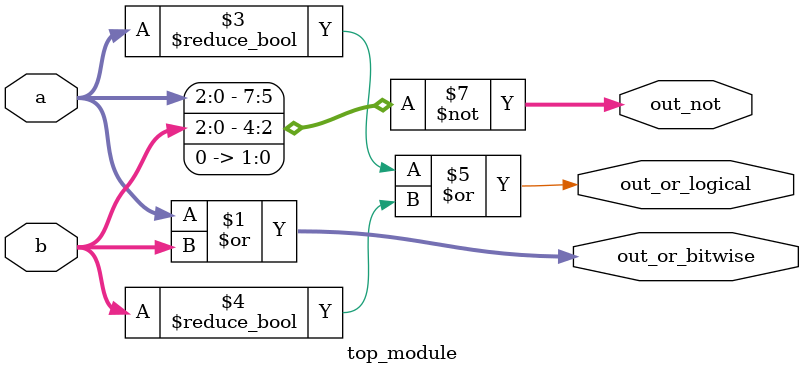
<source format=sv>
module top_module(
  input [2:0] a,
  input [2:0] b,
  output [2:0] out_or_bitwise,
  output reg out_or_logical,
  output reg [7:0] out_not
);

  // Bitwise OR operation
  assign out_or_bitwise = a | b;

  // Logical OR operation
  always @* begin
    out_or_logical = (a != 0) | (b != 0);
  end

  // Bitwise NOT operation
  always @* begin
    out_not = ~{a, b, 2'b00}; // Padding 2 high bits of the output
  end

endmodule

</source>
